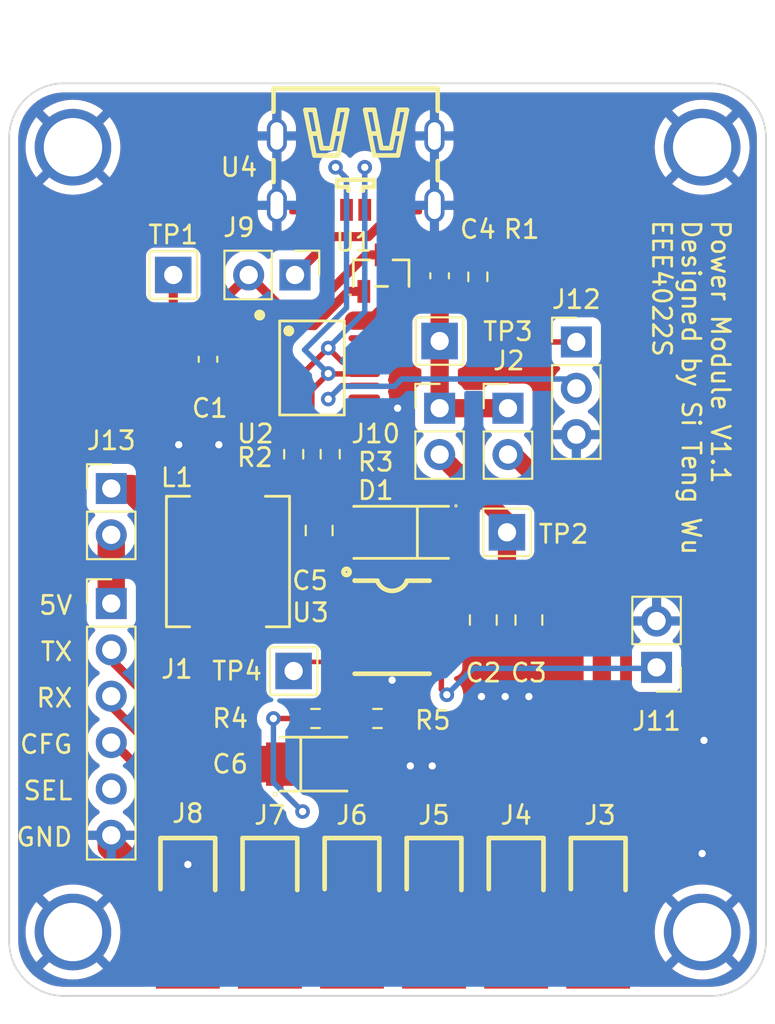
<source format=kicad_pcb>
(kicad_pcb (version 20221018) (generator pcbnew)
  (layers (0 "F.Cu" signal) (31 "B.Cu" signal) (34 "B.Paste" user) (35 "F.Paste" user) (36 "B.SilkS" user "B.Silkscreen") (37 "F.SilkS" user "F.Silkscreen") (38 "B.Mask" user) (39 "F.Mask" user) (44 "Edge.Cuts" user))
  (net 0 "")
  (net 1 "Net-(J9-Pin_2)")
  (net 2 "/USB_C_VOUT")
  (net 3 "Net-(J12-Pin_1)")
  (net 4 "GND")
  (net 5 "/USB_C_VIN")
  (net 6 "Net-(J11-Pin_1)")
  (net 7 "Net-(D1-K)")
  (net 9 "/5V OUT")
  (net 10 "Net-(J1-Pin_2)")
  (net 11 "Net-(J1-Pin_3)")
  (net 12 "Net-(J1-Pin_4)")
  (net 14 "Net-(U1-G)")
  (net 15 "Net-(U3-VSENSE)")
  (net 16 "Net-(U2-CC1)")
  (net 17 "Net-(U2-CC2)")
  (net 26 "Net-(U3-BOOT)")
  (net 29 "Net-(J10-Pin_2)")
  (net 30 "Net-(J13-Pin_1)")
  (net 31 "Net-(J12-Pin_2)")
  (net 32 "Net-(J2-Pin_2)")
  (footprint "Connector_PinHeader_2.54mm:PinHeader_1x03_P2.54mm_Vertical" (layer "F.Cu") (at 162.1 89.17018)
    (fp_text reference "J12" (at 0 -2.33) (layer "F.SilkS"))
    (fp_text value "Conn_01x03_Pin")
    (fp_line (start -1.33 -1.33) (end 0 -1.33) (stroke (width 0.12)) (layer "F.SilkS"))
    (fp_line (start -1.33 0) (end -1.33 -1.33) (stroke (width 0.12)) (layer "F.SilkS"))
    (fp_line (start -1.33 1.27) (end -1.33 6.41) (stroke (width 0.12)) (layer "F.SilkS"))
    (fp_line (start -1.33 1.27) (end 1.33 1.27) (stroke (width 0.12)) (layer "F.SilkS"))
    (fp_line (start -1.33 6.41) (end 1.33 6.41) (stroke (width 0.12)) (layer "F.SilkS"))
    (fp_line (start 1.33 1.27) (end 1.33 6.41) (stroke (width 0.12)) (layer "F.SilkS"))
    (pad "1" thru_hole rect (at 0 0) (size 1.7 1.7) (drill 1) (layers "*.Cu" "*.Mask") (net 3 "Net-(J12-Pin_1)"))
    (pad "2" thru_hole oval (at 0 2.54) (size 1.7 1.7) (drill 1) (layers "*.Cu" "*.Mask") (net 31 "Net-(J12-Pin_2)"))
    (pad "3" thru_hole oval (at 0 5.08) (size 1.7 1.7) (drill 1) (layers "*.Cu" "*.Mask") (net 4 "GND"))
  )
  (footprint "Resistor_SMD:R_0603_1608Metric" (layer "F.Cu") (at 156.7 85.6 -90)
    (fp_text reference "R1" (at -2.6 -2.4 -180) (layer "F.SilkS"))
    (fp_text value "100k")
    (fp_line (start -0.237258 -0.5225) (end 0.237258 -0.5225) (stroke (width 0.12)) (layer "F.SilkS"))
    (fp_line (start -0.237258 0.5225) (end 0.237258 0.5225) (stroke (width 0.12)) (layer "F.SilkS"))
    (pad "1" smd roundrect (at -0.825 0 270) (size 0.8 0.95) (layers "F.Cu" "F.Paste" "F.Mask") (net 5 "/USB_C_VIN"))
    (pad "2" smd roundrect (at 0.825 0 270) (size 0.8 0.95) (layers "F.Cu" "F.Paste" "F.Mask") (net 3 "Net-(J12-Pin_1)"))
  )
  (footprint "Library:CONN-SMD_YZF0002-38080-02" (layer "F.Cu") (at 140.8 122.1 -90)
    (fp_text reference "J8" (at -7.1 0) (layer "F.SilkS"))
    (fp_text value "GND")
    (fp_line (start -5.749987 -1.5) (end -5.749987 1.5) (stroke (width 0.254)) (layer "F.SilkS"))
    (fp_line (start -5.749987 1.5) (end -2.95 1.5) (stroke (width 0.254)) (layer "F.SilkS"))
    (fp_line (start -2.9 -1.5) (end -5.749987 -1.5) (stroke (width 0.254)) (layer "F.SilkS"))
    (pad "1" smd rect (at 0 0 270) (size 5 3.5) (layers "F.Cu" "F.Paste" "F.Mask") (net 4 "GND"))
  )
  (footprint "Library:IND-SMD_L7.3-W6.6_MHCI06030" (layer "F.Cu") (at 143 101.2 -90)
    (fp_text reference "L1" (at -4.6 2.8 -180) (layer "F.SilkS"))
    (fp_text value "22uH")
    (fp_line (start -3.5762 -3.3762) (end 3.5762 -3.3762) (stroke (width 0.1524)) (layer "F.SilkS"))
    (fp_line (start -3.5762 -2.05) (end -3.5762 -3.3762) (stroke (width 0.1524)) (layer "F.SilkS"))
    (fp_line (start -3.5762 2.1) (end -3.5762 3.3762) (stroke (width 0.1524)) (layer "F.SilkS"))
    (fp_line (start -3.5762 3.3762) (end 3.5762 3.3762) (stroke (width 0.1524)) (layer "F.SilkS"))
    (fp_line (start 3.5762 -3.3762) (end 3.5762 -2.1) (stroke (width 0.1524)) (layer "F.SilkS"))
    (fp_line (start 3.5762 3.3762) (end 3.5762 2.1) (stroke (width 0.1524)) (layer "F.SilkS"))
    (fp_circle (center -3.55207 3.307137) (end -3.522073 3.307137) (stroke (width 0.059995)) (fill none) (layer "F.SilkS"))
    (pad "1" smd rect (at -3.077978 0 270) (size 2.524003 3.120015) (layers "F.Cu" "F.Paste" "F.Mask") (net 7 "Net-(D1-K)"))
    (pad "2" smd rect (at 3.077978 0 270) (size 2.524003 3.120015) (layers "F.Cu" "F.Paste" "F.Mask") (net 30 "Net-(J13-Pin_1)"))
  )
  (footprint "Capacitor_SMD:C_0603_1608Metric" (layer "F.Cu") (at 154.605144 85.54518 90)
    (fp_text reference "C4" (at 2.54518 2.094856 180) (layer "F.SilkS"))
    (fp_text value "10uF")
    (fp_line (start -0.14058 -0.51) (end 0.14058 -0.51) (stroke (width 0.12)) (layer "F.SilkS"))
    (fp_line (start -0.14058 0.51) (end 0.14058 0.51) (stroke (width 0.12)) (layer "F.SilkS"))
    (pad "1" smd roundrect (at -0.775 0 90) (size 0.9 0.95) (layers "F.Cu" "F.Paste" "F.Mask") (net 2 "/USB_C_VOUT"))
    (pad "2" smd roundrect (at 0.775 0 90) (size 0.9 0.95) (layers "F.Cu" "F.Paste" "F.Mask") (net 4 "GND"))
  )
  (footprint "Library:TestPoint_THTPad_2.0x2.0mm_Drill1.0mm" (layer "F.Cu") (at 140 85.5)
    (fp_text reference "TP1" (at 0 -2.2) (layer "F.SilkS"))
    (fp_text value "TestPoint")
    (fp_line (start -1.3 -1.3) (end 1.3 -1.3) (stroke (width 0.12)) (layer "F.SilkS"))
    (fp_line (start -1.3 1.3) (end -1.3 -1.3) (stroke (width 0.12)) (layer "F.SilkS"))
    (fp_line (start 1.3 -1.3) (end 1.3 1.3) (stroke (width 0.12)) (layer "F.SilkS"))
    (fp_line (start 1.3 1.3) (end -1.3 1.3) (stroke (width 0.12)) (layer "F.SilkS"))
    (pad "1" thru_hole rect (at 0 0) (size 2 2) (drill 1) (layers "*.Cu" "*.Mask") (net 1 "Net-(J9-Pin_2)"))
  )
  (footprint "Library:MountingHole_3.2mm_M3_Pad_TopBottom" (layer "F.Cu") (at 134.5 78.5)
    (fp_text reference "H1" hide)
    (fp_text value "M3")
    (pad "1" thru_hole circle (at 0 0) (size 3.6 3.6) (drill 3.2) (layers "*.Cu" "*.Mask") (net 4 "GND"))
    (pad "1" connect circle (at 0 0) (size 4.2 4.2) (layers "F.Cu" "F.Mask") (net 4 "GND"))
    (pad "1" connect circle (at 0 0) (size 4.2 4.2) (layers "B.Cu" "B.Mask") (net 4 "GND"))
  )
  (footprint "Capacitor_SMD:C_0805_2012Metric" (layer "F.Cu") (at 148 99.5 -90)
    (fp_text reference "C5" (at 2.74518 0.5 -180) (layer "F.SilkS"))
    (fp_text value "10nF")
    (fp_line (start -0.261252 -0.735) (end 0.261252 -0.735) (stroke (width 0.12)) (layer "F.SilkS"))
    (fp_line (start -0.261252 0.735) (end 0.261252 0.735) (stroke (width 0.12)) (layer "F.SilkS"))
    (pad "1" smd roundrect (at -0.95 0 270) (size 1 1.45) (layers "F.Cu" "F.Paste" "F.Mask") (net 7 "Net-(D1-K)"))
    (pad "2" smd roundrect (at 0.95 0 270) (size 1 1.45) (layers "F.Cu" "F.Paste" "F.Mask") (net 26 "Net-(U3-BOOT)"))
  )
  (footprint "Resistor_SMD:R_0603_1608Metric" (layer "F.Cu") (at 146.605144 95.32018 -90)
    (fp_text reference "R2" (at 0.17982 2.128954 -180) (layer "F.SilkS"))
    (fp_text value "5.1k")
    (fp_line (start -0.237258 -0.5225) (end 0.237258 -0.5225) (stroke (width 0.12)) (layer "F.SilkS"))
    (fp_line (start -0.237258 0.5225) (end 0.237258 0.5225) (stroke (width 0.12)) (layer "F.SilkS"))
    (pad "1" smd roundrect (at -0.825 0 270) (size 0.8 0.95) (layers "F.Cu" "F.Paste" "F.Mask") (net 16 "Net-(U2-CC1)"))
    (pad "2" smd roundrect (at 0.825 0 270) (size 0.8 0.95) (layers "F.Cu" "F.Paste" "F.Mask") (net 4 "GND"))
  )
  (footprint "Library:ESOP-8_L4.9-W3.9-P1.27-LS6.0-TL-EP" (layer "F.Cu") (at 152 104.8)
    (fp_text reference "U3" (at -4.47619 -0.8) (layer "F.SilkS"))
    (fp_text value "TPS5430DDAR")
    (fp_line (start -2.050038 -2.563894) (end -2.050038 -2.550038) (stroke (width 0.254)) (layer "F.SilkS"))
    (fp_line (start -2.050038 2.549784) (end -2.050038 2.549784) (stroke (width 0.254)) (layer "F.SilkS"))
    (fp_line (start -0.800102 -2.550038) (end -2.050038 -2.550038) (stroke (width 0.254)) (layer "F.SilkS"))
    (fp_line (start 0.800102 -2.550038) (end 2.050038 -2.550038) (stroke (width 0.254)) (layer "F.SilkS"))
    (fp_line (start 2.050038 -2.550038) (end 2.050038 -2.550038) (stroke (width 0.254)) (layer "F.SilkS"))
    (fp_line (start 2.050038 2.549784) (end -2.050038 2.549784) (stroke (width 0.254)) (layer "F.SilkS"))
    (fp_line (start 2.050038 2.549784) (end 2.050038 2.549784) (stroke (width 0.254)) (layer "F.SilkS"))
    (fp_arc (start 0.800102 -2.5) (mid 0 -1.991544) (end -0.800102 -2.5) (stroke (width 0.254)) (layer "F.SilkS"))
    (fp_circle (center -2.5 -3.029972) (end -2.32982 -3.029972) (stroke (width 0.254)) (fill none) (layer "F.SilkS"))
    (pad "1" smd rect (at -2.699898 -1.905004) (size 1.3 0.6) (layers "F.Cu" "F.Paste" "F.Mask") (net 26 "Net-(U3-BOOT)"))
    (pad "2" smd rect (at -2.699898 -0.635001) (size 1.3 0.6) (layers "F.Cu" "F.Paste" "F.Mask"))
    (pad "3" smd rect (at -2.699898 0.635001) (size 1.3 0.6) (layers "F.Cu" "F.Paste" "F.Mask"))
    (pad "4" smd rect (at -2.699898 1.905004) (size 1.3 0.6) (layers "F.Cu" "F.Paste" "F.Mask") (net 15 "Net-(U3-VSENSE)"))
    (pad "5" smd rect (at 2.699898 1.905004) (size 1.3 0.6) (layers "F.Cu" "F.Paste" "F.Mask") (net 6 "Net-(J11-Pin_1)"))
    (pad "6" smd rect (at 2.699898 0.635001) (size 1.3 0.6) (layers "F.Cu" "F.Paste" "F.Mask") (net 4 "GND"))
    (pad "7" smd rect (at 2.699898 -0.635001) (size 1.3 0.6) (layers "F.Cu" "F.Paste" "F.Mask") (net 29 "Net-(J10-Pin_2)"))
    (pad "8" smd rect (at 2.699898 -1.905004) (size 1.3 0.6) (layers "F.Cu" "F.Paste" "F.Mask") (net 7 "Net-(D1-K)"))
    (pad "9" smd rect (at 0.000127 0) (size 2.5 3.5) (layers "F.Cu" "F.Paste" "F.Mask") (net 4 "GND"))
  )
  (footprint "Library:CAP-SMD_L3.5-W2.8" (layer "F.Cu") (at 147.696114 112.3 180)
    (fp_text reference "C6" (at 4.577067 0) (layer "F.SilkS"))
    (fp_text value "220uF")
    (fp_line (start -1.826187 -1.4762) (end -1.826187 -1.4762) (stroke (width 0.1524)) (layer "F.SilkS"))
    (fp_line (start -1.826187 -1.4762) (end 1.826187 -1.4762) (stroke (width 0.1524)) (layer "F.SilkS"))
    (fp_line (start -1.826187 1.4762) (end -1.826187 1.4762) (stroke (width 0.1524)) (layer "F.SilkS"))
    (fp_line (start -1.826187 1.4762) (end 1.826187 1.4762) (stroke (width 0.1524)) (layer "F.SilkS"))
    (fp_line (start 0.704318 -1.4762) (end 0.704318 1.4762) (stroke (width 0.1524)) (layer "F.SilkS"))
    (fp_circle (center 2.1 -1.65) (end 2.2 -1.7) (stroke (width 0.059995)) (fill none) (layer "F.SilkS"))
    (pad "1" smd rect (at 1.803886 0 180) (size 1.607493 2.375997) (layers "F.Cu" "F.Paste" "F.Mask") (net 30 "Net-(J13-Pin_1)"))
    (pad "2" smd rect (at -1.803886 0 180) (size 1.607493 2.375997) (layers "F.Cu" "F.Paste" "F.Mask") (net 4 "GND"))
  )
  (footprint "Connector_PinHeader_2.54mm:PinHeader_1x02_P2.54mm_Vertical" (layer "F.Cu") (at 146.675 85.5 -90)
    (fp_text reference "J9" (at -2.6 3.075) (layer "F.SilkS"))
    (fp_text value "Conn_01x02_Pin")
    (fp_line (start -1.33 -1.33) (end 0 -1.33) (stroke (width 0.12)) (layer "F.SilkS"))
    (fp_line (start -1.33 0) (end -1.33 -1.33) (stroke (width 0.12)) (layer "F.SilkS"))
    (fp_line (start -1.33 1.27) (end -1.33 3.87) (stroke (width 0.12)) (layer "F.SilkS"))
    (fp_line (start -1.33 1.27) (end 1.33 1.27) (stroke (width 0.12)) (layer "F.SilkS"))
    (fp_line (start -1.33 3.87) (end 1.33 3.87) (stroke (width 0.12)) (layer "F.SilkS"))
    (fp_line (start 1.33 1.27) (end 1.33 3.87) (stroke (width 0.12)) (layer "F.SilkS"))
    (pad "1" thru_hole rect (at 0 0 270) (size 1.7 1.7) (drill 1) (layers "*.Cu" "*.Mask") (net 5 "/USB_C_VIN"))
    (pad "2" thru_hole oval (at 0 2.54 270) (size 1.7 1.7) (drill 1) (layers "*.Cu" "*.Mask") (net 1 "Net-(J9-Pin_2)"))
  )
  (footprint "Connector_PinHeader_2.54mm:PinHeader_1x06_P2.54mm_Vertical" (layer "F.Cu") (at 136.6 103.5)
    (fp_text reference "J1" (at 3.6 3.6) (layer "F.SilkS"))
    (fp_text value "ESP32 Jumpers")
    (fp_line (start -1.33 -1.33) (end 0 -1.33) (stroke (width 0.12)) (layer "F.SilkS"))
    (fp_line (start -1.33 0) (end -1.33 -1.33) (stroke (width 0.12)) (layer "F.SilkS"))
    (fp_line (start -1.33 1.27) (end -1.33 14.03) (stroke (width 0.12)) (layer "F.SilkS"))
    (fp_line (start -1.33 1.27) (end 1.33 1.27) (stroke (width 0.12)) (layer "F.SilkS"))
    (fp_line (start -1.33 14.03) (end 1.33 14.03) (stroke (width 0.12)) (layer "F.SilkS"))
    (fp_line (start 1.33 1.27) (end 1.33 14.03) (stroke (width 0.12)) (layer "F.SilkS"))
    (pad "1" thru_hole rect (at 0 0) (size 1.7 1.7) (drill 1) (layers "*.Cu" "*.Mask") (net 9 "/5V OUT"))
    (pad "2" thru_hole oval (at 0 2.54) (size 1.7 1.7) (drill 1) (layers "*.Cu" "*.Mask") (net 10 "Net-(J1-Pin_2)"))
    (pad "3" thru_hole oval (at 0 5.08) (size 1.7 1.7) (drill 1) (layers "*.Cu" "*.Mask") (net 11 "Net-(J1-Pin_3)"))
    (pad "4" thru_hole oval (at 0 7.62) (size 1.7 1.7) (drill 1) (layers "*.Cu" "*.Mask") (net 12 "Net-(J1-Pin_4)"))
    (pad "5" thru_hole oval (at 0 10.16) (size 1.7 1.7) (drill 1) (layers "*.Cu" "*.Mask"))
    (pad "6" thru_hole oval (at 0 12.7) (size 1.7 1.7) (drill 1) (layers "*.Cu" "*.Mask") (net 4 "GND"))
  )
  (footprint "Library:MountingHole_3.2mm_M3_Pad_TopBottom" (layer "F.Cu") (at 169 121.5)
    (fp_text reference "H4" hide)
    (fp_text value "M3")
    (pad "1" thru_hole circle (at 0 0) (size 3.6 3.6) (drill 3.2) (layers "*.Cu" "*.Mask") (net 4 "GND"))
    (pad "1" connect circle (at 0 0) (size 4.2 4.2) (layers "F.Cu" "F.Mask") (net 4 "GND"))
    (pad "1" connect circle (at 0 0) (size 4.2 4.2) (layers "B.Cu" "B.Mask") (net 4 "GND"))
  )
  (footprint "Library:CONN-SMD_YZF0002-38080-02" (layer "F.Cu") (at 154.3 122.1 -90)
    (fp_text reference "J5" (at -7 0 -180) (layer "F.SilkS"))
    (fp_text value "RX")
    (fp_line (start -5.749987 -1.5) (end -5.749987 1.5) (stroke (width 0.254)) (layer "F.SilkS"))
    (fp_line (start -5.749987 1.5) (end -2.95 1.5) (stroke (width 0.254)) (layer "F.SilkS"))
    (fp_line (start -2.9 -1.5) (end -5.749987 -1.5) (stroke (width 0.254)) (layer "F.SilkS"))
    (pad "1" smd rect (at 0 0 270) (size 5 3.5) (layers "F.Cu" "F.Paste" "F.Mask") (net 11 "Net-(J1-Pin_3)"))
  )
  (footprint "Library:MountingHole_3.2mm_M3_Pad_TopBottom" (layer "F.Cu") (at 169 78.5)
    (fp_text reference "H2" hide)
    (fp_text value "M3")
    (pad "1" thru_hole circle (at 0 0) (size 3.6 3.6) (drill 3.2) (layers "*.Cu" "*.Mask") (net 4 "GND"))
    (pad "1" connect circle (at 0 0) (size 4.2 4.2) (layers "F.Cu" "F.Mask") (net 4 "GND"))
    (pad "1" connect circle (at 0 0) (size 4.2 4.2) (layers "B.Cu" "B.Mask") (net 4 "GND"))
  )
  (footprint "Library:SMA_L4.3-W2.6-LS5.2-RD" (layer "F.Cu") (at 152.5 99.6 180)
    (fp_text reference "D1" (at 1.4 2.3) (layer "F.SilkS"))
    (fp_text value "SS34")
    (fp_line (start -2.59619 -1.426213) (end 2.59619 -1.426213) (stroke (width 0.1524)) (layer "F.SilkS"))
    (fp_line (start -2.59619 1.426213) (end 2.59619 1.426213) (stroke (width 0.1524)) (layer "F.SilkS"))
    (fp_line (start -0.883922 -1.426213) (end -0.883922 1.426213) (stroke (width 0.1524)) (layer "F.SilkS"))
    (fp_line (start 2.59619 -1.426213) (end 2.59619 -1.426213) (stroke (width 0.1524)) (layer "F.SilkS"))
    (fp_line (start 2.59619 1.426213) (end 2.599975 1.414834) (stroke (width 0.1524)) (layer "F.SilkS"))
    (fp_circle (center -3 1.45) (end -2.970028 1.45) (stroke (width 0.059995)) (fill none) (layer "F.SilkS"))
    (pad "1" smd rect (at -2.199898 0) (size 2 2) (layers "F.Cu" "F.Paste" "F.Mask") (net 7 "Net-(D1-K)"))
    (pad "2" smd rect (at 2.199898 0) (size 2 2) (layers "F.Cu" "F.Paste" "F.Mask") (net 4 "GND"))
  )
  (footprint "Connector_PinHeader_2.54mm:PinHeader_1x02_P2.54mm_Vertical" (layer "F.Cu") (at 158.352572 92.8)
    (fp_text reference "J2" (at 0.047428 -2.6) (layer "F.SilkS"))
    (fp_text value "Conn_01x02_Pin")
    (fp_line (start -1.33 -1.33) (end 0 -1.33) (stroke (width 0.12)) (layer "F.SilkS"))
    (fp_line (start -1.33 0) (end -1.33 -1.33) (stroke (width 0.12)) (layer "F.SilkS"))
    (fp_line (start -1.33 1.27) (end -1.33 3.87) (stroke (width 0.12)) (layer "F.SilkS"))
    (fp_line (start -1.33 1.27) (end 1.33 1.27) (stroke (width 0.12)) (layer "F.SilkS"))
    (fp_line (start -1.33 3.87) (end 1.33 3.87) (stroke (width 0.12)) (layer "F.SilkS"))
    (fp_line (start 1.33 1.27) (end 1.33 3.87) (stroke (width 0.12)) (layer "F.SilkS"))
    (pad "1" thru_hole rect (at 0 0) (size 1.7 1.7) (drill 1) (layers "*.Cu" "*.Mask") (net 2 "/USB_C_VOUT"))
    (pad "2" thru_hole oval (at 0 2.54) (size 1.7 1.7) (drill 1) (layers "*.Cu" "*.Mask") (net 32 "Net-(J2-Pin_2)"))
  )
  (footprint "Connector_PinHeader_2.54mm:PinHeader_1x02_P2.54mm_Vertical" (layer "F.Cu") (at 136.6 97.2)
    (fp_text reference "J13" (at 0 -2.625) (layer "F.SilkS"))
    (fp_text value "Conn_01x02_Pin")
    (fp_line (start -1.33 -1.33) (end 0 -1.33) (stroke (width 0.12)) (layer "F.SilkS"))
    (fp_line (start -1.33 0) (end -1.33 -1.33) (stroke (width 0.12)) (layer "F.SilkS"))
    (fp_line (start -1.33 1.27) (end -1.33 3.87) (stroke (width 0.12)) (layer "F.SilkS"))
    (fp_line (start -1.33 1.27) (end 1.33 1.27) (stroke (width 0.12)) (layer "F.SilkS"))
    (fp_line (start -1.33 3.87) (end 1.33 3.87) (stroke (width 0.12)) (layer "F.SilkS"))
    (fp_line (start 1.33 1.27) (end 1.33 3.87) (stroke (width 0.12)) (layer "F.SilkS"))
    (pad "1" thru_hole rect (at 0 0) (size 1.7 1.7) (drill 1) (layers "*.Cu" "*.Mask") (net 30 "Net-(J13-Pin_1)"))
    (pad "2" thru_hole oval (at 0 2.54) (size 1.7 1.7) (drill 1) (layers "*.Cu" "*.Mask") (net 9 "/5V OUT"))
  )
  (footprint "Capacitor_SMD:C_0805_2012Metric" (layer "F.Cu") (at 159.5 104.40482 -90)
    (fp_text reference "C3" (at 2.89518 0 -180) (layer "F.SilkS"))
    (fp_text value "4.7uF")
    (fp_line (start -0.261252 -0.735) (end 0.261252 -0.735) (stroke (width 0.12)) (layer "F.SilkS"))
    (fp_line (start -0.261252 0.735) (end 0.261252 0.735) (stroke (width 0.12)) (layer "F.SilkS"))
    (pad "1" smd roundrect (at -0.95 0 270) (size 1 1.45) (layers "F.Cu" "F.Paste" "F.Mask") (net 29 "Net-(J10-Pin_2)"))
    (pad "2" smd roundrect (at 0.95 0 270) (size 1 1.45) (layers "F.Cu" "F.Paste" "F.Mask") (net 4 "GND"))
  )
  (footprint "Library:TestPoint_THTPad_2.0x2.0mm_Drill1.0mm" (layer "F.Cu") (at 146.6 107.2)
    (fp_text reference "TP4" (at -3.1 0) (layer "F.SilkS"))
    (fp_text value "TestPoint")
    (fp_line (start -1.3 -1.3) (end 1.3 -1.3) (stroke (width 0.12)) (layer "F.SilkS"))
    (fp_line (start -1.3 1.3) (end -1.3 -1.3) (stroke (width 0.12)) (layer "F.SilkS"))
    (fp_line (start 1.3 -1.3) (end 1.3 1.3) (stroke (width 0.12)) (layer "F.SilkS"))
    (fp_line (start 1.3 1.3) (end -1.3 1.3) (stroke (width 0.12)) (layer "F.SilkS"))
    (pad "1" thru_hole rect (at 0 0) (size 2 2) (drill 1) (layers "*.Cu" "*.Mask") (net 15 "Net-(U3-VSENSE)"))
  )
  (footprint "Resistor_SMD:R_0603_1608Metric" (layer "F.Cu") (at 148.605144 95.32018 -90)
    (fp_text reference "R3" (at 0.42982 -2.494856 -180) (layer "F.SilkS"))
    (fp_text value "5.1k")
    (fp_line (start -0.237258 -0.5225) (end 0.237258 -0.5225) (stroke (width 0.12)) (layer "F.SilkS"))
    (fp_line (start -0.237258 0.5225) (end 0.237258 0.5225) (stroke (width 0.12)) (layer "F.SilkS"))
    (pad "1" smd roundrect (at -0.825 0 270) (size 0.8 0.95) (layers "F.Cu" "F.Paste" "F.Mask") (net 17 "Net-(U2-CC2)"))
    (pad "2" smd roundrect (at 0.825 0 270) (size 0.8 0.95) (layers "F.Cu" "F.Paste" "F.Mask") (net 4 "GND"))
  )
  (footprint "Resistor_SMD:R_0603_1608Metric" (layer "F.Cu") (at 151.2 109.8)
    (fp_text reference "R5" (at 3.027212 0.1) (layer "F.SilkS"))
    (fp_text value "3.9k")
    (fp_line (start -0.237258 -0.5225) (end 0.237258 -0.5225) (stroke (width 0.12)) (layer "F.SilkS"))
    (fp_line (start -0.237258 0.5225) (end 0.237258 0.5225) (stroke (width 0.12)) (layer "F.SilkS"))
    (pad "1" smd roundrect (at -0.825 0) (size 0.8 0.95) (layers "F.Cu" "F.Paste" "F.Mask") (net 15 "Net-(U3-VSENSE)"))
    (pad "2" smd roundrect (at 0.825 0) (size 0.8 0.95) (layers "F.Cu" "F.Paste" "F.Mask") (net 4 "GND"))
  )
  (footprint "Library:SOT-23-3_L2.9-W1.3-P1.90-LS2.4-BR" (layer "F.Cu") (at 151.4 85.4 -90)
    (fp_text reference "U1" (at -1.7 1.5) (layer "F.SilkS"))
    (fp_text value "AO3400A")
    (fp_line (start -0.726213 -1.526213) (end -0.726213 -0.65) (stroke (width 0.1524)) (layer "F.SilkS"))
    (fp_line (start -0.726213 1.526213) (end -0.726213 0.6) (stroke (width 0.1524)) (layer "F.SilkS"))
    (fp_line (start 0.726213 -1.526213) (end -0.726213 -1.526213) (stroke (width 0.1524)) (layer "F.SilkS"))
    (fp_line (start 0.726213 -0.35) (end 0.726213 0.3) (stroke (width 0.1524)) (layer "F.SilkS"))
    (fp_line (start 0.726213 1.526213) (end -0.726213 1.526213) (stroke (width 0.1524)) (layer "F.SilkS"))
    (fp_circle (center 1.2 1.7) (end 1.229997 1.7) (stroke (width 0.059995)) (fill none) (layer "F.SilkS"))
    (pad "1" smd rect (at 1 0.949962 270) (size 1.250013 0.7) (layers "F.Cu" "F.Paste" "F.Mask") (net 14 "Net-(U1-G)"))
    (pad "2" smd rect (at 1 -0.949962 270) (size 1.250013 0.7) (layers "F.Cu" "F.Paste" "F.Mask") (net 2 "/USB_C_VOUT"))
    (pad "3" smd rect (at -1 0 270) (size 1.250013 0.7) (layers "F.Cu" "F.Paste" "F.Mask") (net 1 "Net-(J9-Pin_2)"))
  )
  (footprint "Connector_PinHeader_2.54mm:PinHeader_1x02_P2.54mm_Vertical" (layer "F.Cu") (at 166.5 107 180)
    (fp_text reference "J11" (at 0 -2.94518) (layer "F.SilkS"))
    (fp_text value "Conn_01x02_Pin")
    (fp_line (start -1.33 -1.33) (end 0 -1.33) (stroke (width 0.12)) (layer "F.SilkS"))
    (fp_line (start -1.33 0) (end -1.33 -1.33) (stroke (width 0.12)) (layer "F.SilkS"))
    (fp_line (start -1.33 1.27) (end -1.33 3.87) (stroke (width 0.12)) (layer "F.SilkS"))
    (fp_line (start -1.33 1.27) (end 1.33 1.27) (stroke (width 0.12)) (layer "F.SilkS"))
    (fp_line (start -1.33 3.87) (end 1.33 3.87) (stroke (width 0.12)) (layer "F.SilkS"))
    (fp_line (start 1.33 1.27) (end 1.33 3.87) (stroke (width 0.12)) (layer "F.SilkS"))
    (pad "1" thru_hole rect (at 0 0 180) (size 1.7 1.7) (drill 1) (layers "*.Cu" "*.Mask") (net 6 "Net-(J11-Pin_1)"))
    (pad "2" thru_hole oval (at 0 2.54 180) (size 1.7 1.7) (drill 1) (layers "*.Cu" "*.Mask") (net 4 "GND"))
  )
  (footprint "Library:TYPE-C-SMD_TYPE-C-6P" (layer "F.Cu") (at 150 79.908004 180)
    (fp_text reference "U4" (at 6.4 0.308004 180) (layer "F.SilkS"))
    (fp_text value "TYPE-C_6P")
    (fp_line (start -4.500762 4.62573) (end 4.501016 4.62573) (stroke (width 0.25)) (layer "F.SilkS"))
    (fp_line (start -4.5 -0.4) (end -4.5 0.65) (stroke (width 0.25)) (layer "F.SilkS"))
    (fp_line (start -4.5 3.4) (end -4.500762 4.62573) (stroke (width 0.25)) (layer "F.SilkS"))
    (fp_line (start -2.817678 3.458217) (end -2.319837 0.956312) (stroke (width 0.254)) (layer "F.SilkS"))
    (fp_line (start -2.517958 2.157734) (end -2.119177 2.157734) (stroke (width 0.254)) (layer "F.SilkS"))
    (fp_line (start -2.342697 3.458217) (end -2.817678 3.458217) (stroke (width 0.254)) (layer "F.SilkS"))
    (fp_line (start -2.319837 0.956312) (end -1.019355 0.956312) (stroke (width 0.254)) (layer "F.SilkS"))
    (fp_line (start -1.941377 1.357633) (end -2.342697 3.458217) (stroke (width 0.254)) (layer "F.SilkS"))
    (fp_line (start -1.413056 1.357633) (end -1.941377 1.357633) (stroke (width 0.254)) (layer "F.SilkS"))
    (fp_line (start -1.218593 2.15743) (end -0.818593 2.15743) (stroke (width 0.254)) (layer "F.SilkS"))
    (fp_line (start -1.019355 0.956312) (end -0.518974 3.458217) (stroke (width 0.254)) (layer "F.SilkS"))
    (fp_line (start -1.014275 3.458217) (end -1.413056 1.357633) (stroke (width 0.254)) (layer "F.SilkS"))
    (fp_line (start -1.010033 -0.375032) (end 1.009982 -0.375032) (stroke (width 0.25)) (layer "F.SilkS"))
    (fp_line (start -1.000025 -0.775032) (end -0.400025 -0.775032) (stroke (width 0.25)) (layer "F.SilkS"))
    (fp_line (start -1.000025 -0.375032) (end -1.000025 -0.775032) (stroke (width 0.25)) (layer "F.SilkS"))
    (fp_line (start -0.518974 3.458217) (end -1.014275 3.458217) (stroke (width 0.254)) (layer "F.SilkS"))
    (fp_line (start -0.400025 -0.775032) (end -0.400025 -0.975032) (stroke (width 0.25)) (layer "F.SilkS"))
    (fp_line (start 0.399975 -0.775032) (end 0.399975 -0.975032) (stroke (width 0.25)) (layer "F.SilkS"))
    (fp_line (start 0.459106 3.453137) (end 0.956947 0.951232) (stroke (width 0.254)) (layer "F.SilkS"))
    (fp_line (start 0.758827 2.152654) (end 1.157607 2.152654) (stroke (width 0.254)) (layer "F.SilkS"))
    (fp_line (start 0.934087 3.453137) (end 0.459106 3.453137) (stroke (width 0.254)) (layer "F.SilkS"))
    (fp_line (start 0.956947 0.951232) (end 2.25743 0.951232) (stroke (width 0.254)) (layer "F.SilkS"))
    (fp_line (start 0.999975 -0.775032) (end 0.399975 -0.775032) (stroke (width 0.25)) (layer "F.SilkS"))
    (fp_line (start 0.999975 -0.375032) (end 0.999975 -0.775032) (stroke (width 0.25)) (layer "F.SilkS"))
    (fp_line (start 1.335408 1.352553) (end 0.934087 3.453137) (stroke (width 0.254)) (layer "F.SilkS"))
    (fp_line (start 1.863729 1.352553) (end 1.335408 1.352553) (stroke (width 0.254)) (layer "F.SilkS"))
    (fp_line (start 2.058192 2.15235) (end 2.458192 2.15235) (stroke (width 0.254)) (layer "F.SilkS"))
    (fp_line (start 2.25743 0.951232) (end 2.757811 3.453137) (stroke (width 0.254)) (layer "F.SilkS"))
    (fp_line (start 2.26251 3.453137) (end 1.863729 1.352553) (stroke (width 0.254)) (layer "F.SilkS"))
    (fp_line (start 2.757811 3.453137) (end 2.26251 3.453137) (stroke (width 0.254)) (layer "F.SilkS"))
    (fp_line (start 4.5 0.7) (end 4.5 -0.5) (stroke (width 0.25)) (layer "F.SilkS"))
    (fp_line (start 4.501016 4.62573) (end 4.5 3.35) (stroke (width 0.25)) (layer "F.SilkS"))
    (fp_circle (center 4.470028 4.624968) (end 4.5 4.624968) (stroke (width 0.059995)) (fill none) (layer "F.SilkS"))
    (pad "7" thru_hole oval (at -4.319914 -1.775083 180) (size 1.1 1.9) (drill oval 0.700025 1.500025) (layers "*.Cu" "*.Mask") (net 4 "GND"))
    (pad "7" thru_hole oval (at -4.319914 2.025019 180) (size 1.1 1.9) (drill oval 0.700025 1.500025) (layers "*.Cu" "*.Mask") (net 4 "GND"))
    (pad "7" thru_hole oval (at 4.319914 -1.775083 180) (size 1.1 1.9) (drill oval 0.700025 1.500025) (layers "*.Cu" "*.Mask") (net 4 "GND"))
    (pad "7" thru_hole oval (at 4.319914 2.025019 180) (size 1.1 1.9) (drill oval 0.700025 1.500025) (layers "*.Cu" "*.Mask") (net 4 "GND"))
    (pad "A5" smd rect (at -0.5 -2.025019 180) (size 0.7 1.2) (layers "F.Cu" "F.Paste" "F.Mask") (net 16 "Net-(U2-CC1)"))
    (pad "A9" smd rect (at 1.5 -2.025019 180) (size 0.7 1.2) (layers "F.Cu" "F.Paste" "F.Mask") (net 5 "/USB_C_VIN"))
    (pad "A12" smd rect (at 2.699898 -2.025019 180) (size 0.8 1.2) (layers "F.Cu" "F.Paste" "F.Mask") (net 4 "GND"))
    (pad "B5" smd rect (at 0.5 -2.025019 180) (size 0.7 1.2) (layers "F.Cu" "F.Paste" "F.Mask") (net 17 "Net-(U2-CC2)"))
    (pad "B9" smd rect (at -1.5 -2.025019 180) (size 0.7 1.2) (layers "F.Cu" "F.Paste" "F.Mask") (net 5 "/USB_C_VIN"))
    (pad "B12" smd rect (at -2.699898 -2.025019 180) (size 0.8 1.2) (layers "F.Cu" "F.Paste" "F.Mask") (net 4 "GND"))
  )
  (footprint "Connector_PinHeader_2.54mm:PinHeader_1x02_P2.54mm_Vertical" (layer "F.Cu") (at 154.605144 92.8)
    (fp_text reference "J10" (at -3.505144 1.4) (layer "F.SilkS"))
    (fp_text value "Conn_01x02_Pin")
    (fp_line (start -1.33 -1.33) (end 0 -1.33) (stroke (width 0.12)) (layer "F.SilkS"))
    (fp_line (start -1.33 0) (end -1.33 -1.33) (stroke (width 0.12)) (layer "F.SilkS"))
    (fp_line (start -1.33 1.27) (end -1.33 3.87) (stroke (width 0.12)) (layer "F.SilkS"))
    (fp_line (start -1.33 1.27) (end 1.33 1.27) (stroke (width 0.12)) (layer "F.SilkS"))
    (fp_line (start -1.33 3.87) (end 1.33 3.87) (stroke (width 0.12)) (layer "F.SilkS"))
    (fp_line (start 1.33 1.27) (end 1.33 3.87) (stroke (width 0.12)) (layer "F.SilkS"))
    (pad "1" thru_hole rect (at 0 0) (size 1.7 1.7) (drill 1) (layers "*.Cu" "*.Mask") (net 2 "/USB_C_VOUT"))
    (pad "2" thru_hole oval (at 0 2.54) (size 1.7 1.7) (drill 1) (layers "*.Cu" "*.Mask") (net 29 "Net-(J10-Pin_2)"))
  )
  (footprint "Library:CONN-SMD_YZF0002-38080-02" (layer "F.Cu") (at 158.8 122.1 -90)
    (fp_text reference "J4" (at -7 0 -180) (layer "F.SilkS"))
    (fp_text value "TX")
    (fp_line (start -5.749987 -1.5) (end -5.749987 1.5) (stroke (width 0.254)) (layer "F.SilkS"))
    (fp_line (start -5.749987 1.5) (end -2.95 1.5) (stroke (width 0.254)) (layer "F.SilkS"))
    (fp_line (start -2.9 -1.5) (end -5.749987 -1.5) (stroke (width 0.254)) (layer "F.SilkS"))
    (pad "1" smd rect (at 0 0 270) (size 5 3.5) (layers "F.Cu" "F.Paste" "F.Mask") (net 10 "Net-(J1-Pin_2)"))
  )
  (footprint "Library:MountingHole_3.2mm_M3_Pad_TopBottom" (layer "F.Cu") (at 134.5 121.5)
    (fp_text reference "H3" hide)
    (fp_text value "M3")
    (pad "1" thru_hole circle (at 0 0) (size 3.6 3.6) (drill 3.2) (layers "*.Cu" "*.Mask") (net 4 "GND"))
    (pad "1" connect circle (at 0 0) (size 4.2 4.2) (layers "F.Cu" "F.Mask") (net 4 "GND"))
    (pad "1" connect circle (at 0 0) (size 4.2 4.2) (layers "B.Cu" "B.Mask") (net 4 "GND"))
  )
  (footprint "Capacitor_SMD:C_0603_1608Metric" (layer "F.Cu") (at 141.905144 90.12018 -90)
    (fp_text reference "C1" (at 2.67982 -0.094856 -180) (layer "F.SilkS"))
    (fp_text value "1uF")
    (fp_line (start -0.14058 -0.51) (end 0.14058 -0.51) (stroke (width 0.12)) (layer "F.SilkS"))
    (fp_line (start -0.14058 0.51) (end 0.14058 0.51) (stroke (width 0.12)) (layer "F.SilkS"))
    (pad "1" smd roundrect (at -0.775 0 270) (size 0.9 0.95) (layers "F.Cu" "F.Paste" "F.Mask") (net 1 "Net-(J9-Pin_2)"))
    (pad "2" smd roundrect (at 0.775 0 270) (size 0.9 0.95) (layers "F.Cu" "F.Paste" "F.Mask") (net 4 "GND"))
  )
  (footprint "Resistor_SMD:R_0603_1608Metric" (layer "F.Cu") (at 147.8 109.8)
    (fp_text reference "R4" (at -4.680953 0) (layer "F.SilkS"))
    (fp_text value "12k")
    (fp_line (start -0.237258 -0.5225) (end 0.237258 -0.5225) (stroke (width 0.12)) (layer "F.SilkS"))
    (fp_line (start -0.237258 0.5225) (end 0.237258 0.5225) (stroke (width 0.12)) (layer "F.SilkS"))
    (pad "1" smd roundrect (at -0.825 0) (size 0.8 0.95) (layers "F.Cu" "F.Paste" "F.Mask") (net 30 "Net-(J13-Pin_1)"))
    (pad "2" smd roundrect (at 0.825 0) (size 0.8 0.95) (layers "F.Cu" "F.Paste" "F.Mask") (net 15 "Net-(U3-VSENSE)"))
  )
  (footprint "Library:CONN-SMD_YZF0002-38080-02" (layer "F.Cu") (at 145.3 122.1 -90)
    (fp_text reference "J7" (at -7 0) (layer "F.SilkS"))
    (fp_text value "SEL")
    (fp_line (start -5.749987 -1.5) (end -5.749987 1.5) (stroke (width 0.254)) (layer "F.SilkS"))
    (fp_line (start -5.749987 1.5) (end -2.95 1.5) (stroke (width 0.254)) (layer "F.SilkS"))
    (fp_line (start -2.9 -1.5) (end -5.749987 -1.5) (stroke (width 0.254)) (layer "F.SilkS"))
    (pad "1" smd rect (at 0 0 270) (size 5 3.5) (layers "F.Cu" "F.Paste" "F.Mask"))
  )
  (footprint "Library:TestPoint_THTPad_2.0x2.0mm_Drill1.0mm" (layer "F.Cu") (at 158.3 99.6)
    (fp_text reference "TP2" (at 3.1 0.1) (layer "F.SilkS"))
    (fp_text value "TestPoint")
    (fp_line (start -1.3 -1.3) (end 1.3 -1.3) (stroke (width 0.12)) (layer "F.SilkS"))
    (fp_line (start -1.3 1.3) (end -1.3 -1.3) (stroke (width 0.12)) (layer "F.SilkS"))
    (fp_line (start 1.3 -1.3) (end 1.3 1.3) (stroke (width 0.12)) (layer "F.SilkS"))
    (fp_line (start 1.3 1.3) (end -1.3 1.3) (stroke (width 0.12)) (layer "F.SilkS"))
    (pad "1" thru_hole rect (at 0 0) (size 2 2) (drill 1) (layers "*.Cu" "*.Mask") (net 29 "Net-(J10-Pin_2)"))
  )
  (footprint "Library:TSSOP-16_L5.0-W4.4-P0.65-LS6.4-BL" (layer "F.Cu") (at 147.605144 90.59518 -90)
    (fp_text reference "U2" (at 3.60482 3.105144) (layer "F.SilkS"))
    (fp_text value "IP2721")
    (fp_line (start -2.5762 -1.771527) (end 2.5762 -1.771527) (stroke (width 0.1524)) (layer "F.SilkS"))
    (fp_line (start -2.5762 1.771273) (end -2.5762 -1.771527) (stroke (width 0.1524)) (layer "F.SilkS"))
    (fp_line (start 2.5762 -1.771527) (end 2.5762 1.771273) (stroke (width 0.1524)) (layer "F.SilkS"))
    (fp_line (start 2.5762 1.771273) (end -2.5762 1.771273) (stroke (width 0.1524)) (layer "F.SilkS"))
    (fp_circle (center -2.898908 2.865761) (end -2.748793 2.865761) (stroke (width 0.3)) (fill none) (layer "F.SilkS"))
    (fp_circle (center -2.032004 1.270003) (end -1.88189 1.270003) (stroke (width 0.3)) (fill none) (layer "F.SilkS"))
    (pad "1" smd oval (at -2.275083 2.865761 270) (size 0.343002 1.731496) (layers "F.Cu" "F.Paste" "F.Mask") (net 14 "Net-(U1-G)"))
    (pad "2" smd oval (at -1.625095 2.865761 270) (size 0.343002 1.731496) (layers "F.Cu" "F.Paste" "F.Mask") (net 1 "Net-(J9-Pin_2)"))
    (pad "3" smd oval (at -0.975108 2.865761 270) (size 0.343002 1.731496) (layers "F.Cu" "F.Paste" "F.Mask"))
    (pad "4" smd oval (at -0.324867 2.865761 270) (size 0.343002 1.731496) (layers "F.Cu" "F.Paste" "F.Mask"))
    (pad "5" smd oval (at 0.325121 2.865761 270) (size 0.343002 1.731496) (layers "F.Cu" "F.Paste" "F.Mask") (net 4 "GND"))
    (pad "6" smd oval (at 0.975108 2.865761 270) (size 0.343002 1.731496) (layers "F.Cu" "F.Paste" "F.Mask"))
    (pad "7" smd oval (at 1.625095 2.865761 270) (size 0.343002 1.731496) (layers "F.Cu" "F.Paste" "F.Mask"))
    (pad "8" smd oval (at 2.275083 2.865761 270) (size 0.343002 1.731496) (layers "F.Cu" "F.Paste" "F.Mask"))
    (pad "9" smd oval (at 2.275083 -2.865761 270) (size 0.343002 1.731496) (layers "F.Cu" "F.Paste" "F.Mask"))
    (pad "10" smd oval (at 1.625095 -2.865761 270) (size 0.343002 1.731496) (layers "F.Cu" "F.Paste" "F.Mask"))
    (pad "11" smd oval (at 0.975108 -2.865761 270) (size 0.343002 1.731496) (layers "F.Cu" "F.Paste" "F.Mask") (net 31 "Net-(J12-Pin_2)"))
    (pad "12" smd oval (at 0.325121 -2.865761 270) (size 0.343002 1.731496) (layers "F.Cu" "F.Paste" "F.Mask") (net 17 "Net-(U2-CC2)"))
    (pad "13" smd oval (at -0.324867 -2.865761 270) (size 0.343002 1.731496) (layers "F.Cu" "F.Paste" "F.Mask") (net 16 "Net-(U2-CC1)"))
    (pad "14" smd oval (at -0.975108 -2.865761 270) (size 0.343002 1.731496) (layers "F.Cu" "F.Paste" "F.Mask"))
    (pad "15" smd oval (at -1.625095 -2.865761 270) (size 0.343002 1.731496) (layers "F.Cu" "F.Paste" "F.Mask"))
    (pad "16" smd oval (at -2.275083 -2.865761 270) (size 0.343002 1.731496) (layers "F.Cu" "F.Paste" "F.Mask") (net 2 "/USB_C_VOUT"))
  )
  (footprint "Capacitor_SMD:C_0805_2012Metric" (layer "F.Cu") (at 157 104.40482 -90)
    (fp_text reference "C2" (at 2.89518 0) (layer "F.SilkS"))
    (fp_text value "4.7uF")
    (fp_line (start -0.261252 -0.735) (end 0.261252 -0.735) (stroke (width 0.12)) (layer "F.SilkS"))
    (fp_line (start -0.261252 0.735) (end 0.261252 0.735) (stroke (width 0.12)) (layer "F.SilkS"))
    (pad "1" smd roundrect (at -0.95 0 270) (size 1 1.45) (layers "F.Cu" "F.Paste" "F.Mask") (net 29 "Net-(J10-Pin_2)"))
    (pad "2" smd roundrect (at 0.95 0 270) (size 1 1.45) (layers "F.Cu" "F.Paste" "F.Mask") (net 4 "GND"))
  )
  (footprint "Library:CONN-SMD_YZF0002-38080-02" (layer "F.Cu") (at 163.3 122.1 -90)
    (fp_text reference "J3" (at -7 -0.1 -180) (layer "F.SilkS"))
    (fp_text value "VCC")
    (fp_line (start -5.749987 -1.5) (end -5.749987 1.5) (stroke (width 0.254)) (layer "F.SilkS"))
    (fp_line (start -5.749987 1.5) (end -2.95 1.5) (stroke (width 0.254)) (layer "F.SilkS"))
    (fp_line (start -2.9 -1.5) (end -5.749987 -1.5) (stroke (width 0.254)) (layer "F.SilkS"))
    (pad "1" smd rect (at 0 0 270) (size 5 3.5) (layers "F.Cu" "F.Paste" "F.Mask") (net 32 "Net-(J2-Pin_2)"))
  )
  (footprint "Library:CONN-SMD_YZF0002-38080-02" (layer "F.Cu") (at 149.8 122.1 -90)
    (fp_text reference "J6" (at -7 0) (layer "F.SilkS"))
    (fp_text value "CFG")
    (fp_line (start -5.749987 -1.5) (end -5.749987 1.5) (stroke (width 0.254)) (layer "F.SilkS"))
    (fp_line (start -5.749987 1.5) (end -2.95 1.5) (stroke (width 0.254)) (layer "F.SilkS"))
    (fp_line (start -2.9 -1.5) (end -5.749987 -1.5) (stroke (width 0.254)) (layer "F.SilkS"))
    (pad "1" smd rect (at 0 0 270) (size 5 3.5) (layers "F.Cu" "F.Paste" "F.Mask") (net 12 "Net-(J1-Pin_4)"))
  )
  (footprint "Library:TestPoint_THTPad_2.0x2.0mm_Drill1.0mm" (layer "F.Cu") (at 154.605144 89.12018)
    (fp_text reference "TP3" (at 3.747428 -0.52018) (layer "F.SilkS"))
    (fp_text value "TestPoint")
    (fp_line (start -1.3 -1.3) (end 1.3 -1.3) (stroke (width 0.12)) (layer "F.SilkS"))
    (fp_line (start -1.3 1.3) (end -1.3 -1.3) (stroke (width 0.12)) (layer "F.SilkS"))
    (fp_line (start 1.3 -1.3) (end 1.3 1.3) (stroke (width 0.12)) (layer "F.SilkS"))
    (fp_line (start 1.3 1.3) (end -1.3 1.3) (stroke (width 0.12)) (layer "F.SilkS"))
    (pad "1" thru_hole rect (at 0 0) (size 2 2) (drill 1) (layers "*.Cu" "*.Mask") (net 2 "/USB_C_VOUT"))
  )
  (gr_arc (start 134 125) (mid 131.87868 124.12132) (end 131 122) (stroke (width 0.1)) (layer "Edge.Cuts"))
  (gr_line (start 131 122) (end 131 78) (stroke (width 0.1)) (layer "Edge.Cuts"))
  (gr_line (start 172.5 78) (end 172.5 122) (stroke (width 0.1)) (layer "Edge.Cuts"))
  (gr_arc (start 169.5 75) (mid 171.62132 75.87868) (end 172.5 78) (stroke (width 0.1)) (layer "Edge.Cuts"))
  (gr_arc (start 131 78) (mid 131.87868 75.87868) (end 134 75) (stroke (width 0.1)) (layer "Edge.Cuts"))
  (gr_arc (start 172.5 122) (mid 171.62132 124.12132) (end 169.5 125) (stroke (width 0.1)) (layer "Edge.Cuts"))
  (gr_line (start 169.5 125) (end 134 125) (stroke (width 0.1)) (layer "Edge.Cuts"))
  (gr_line (start 134 75) (end 169.5 75) (stroke (width 0.1)) (layer "Edge.Cuts"))
  (gr_text "TX" (at 133.6 106.14) (layer "F.SilkS") (effects (font (size 1 1))))
  (gr_text "Power Module V1.1\nDesigned by Si Teng Wu\nEEE4022S" (at 166.2 82.4 270) (layer "F.SilkS") (effects (font (size 1 1)) (justify left bottom)))
  (gr_text "CFG" (at 133.028571 111.22) (layer "F.SilkS") (effects (font (size 1 1))))
  (gr_text "RX" (at 133.480952 108.68) (layer "F.SilkS") (effects (font (size 1 1))))
  (gr_text "5V" (at 133.552381 103.6) (layer "F.SilkS") (effects (font (size 1 1))))
  (gr_text "GND" (at 132.933333 116.3) (layer "F.SilkS") (effects (font (size 1 1))))
  (gr_text "SEL" (at 133.123809 113.76) (layer "F.SilkS") (effects (font (size 1 1))))
  (segment (start 144.135 85.5) (end 145.735 87.1) (width 0.5) (layer "F.Cu") (net 1))
  (segment (start 142.624905 89.34518) (end 143 88.970085) (width 0.5) (layer "F.Cu") (net 1))
  (segment (start 150.575032 84.4) (end 151.4 84.4) (width 0.5) (layer "F.Cu") (net 1))
  (segment (start 140 85.5) (end 140 88.6) (width 0.5) (layer "F.Cu") (net 1))
  (segment (start 147.875032 87.1) (end 150.575032 84.4) (width 0.5) (layer "F.Cu") (net 1))
  (segment (start 141.905144 89.34518) (end 142.624905 89.34518) (width 0.5) (layer "F.Cu") (net 1))
  (segment (start 143 86.635) (end 143.0175 86.6175) (width 0.5) (layer "F.Cu") (net 1))
  (segment (start 140.74518 89.34518) (end 141.905144 89.34518) (width 0.5) (layer "F.Cu") (net 1))
  (segment (start 144.739383 88.970085) (end 143 88.970085) (width 0.5) (layer "F.Cu") (net 1))
  (segment (start 140 88.6) (end 140.74518 89.34518) (width 0.5) (layer "F.Cu") (net 1))
  (segment (start 145.735 87.1) (end 147.875032 87.1) (width 0.5) (layer "F.Cu") (net 1))
  (segment (start 143 88.970085) (end 143 86.635) (width 0.5) (layer "F.Cu") (net 1))
  (segment (start 143.0175 86.6175) (end 144.135 85.5) (width 0.5) (layer "F.Cu") (net 1))
  (segment (start 154.605144 86.32018) (end 154.605144 89.12018) (width 1) (layer "F.Cu") (net 2))
  (segment (start 152.349962 86.748622) (end 151.1 87.998584) (width 1) (layer "F.Cu") (net 2))
  (segment (start 151.1 87.998584) (end 151.098584 88) (width 1) (layer "F.Cu") (net 2))
  (segment (start 152.349962 86.4) (end 154.525324 86.4) (width 1) (layer "F.Cu") (net 2))
  (segment (start 154.610288 92.8) (end 158.252572 92.8) (width 1) (layer "F.Cu") (net 2))
  (segment (start 151.098584 88) (end 149.9 88) (width 1) (layer "F.Cu") (net 2))
  (segment (start 154.525324 86.4) (end 154.605144 86.32018) (width 1) (layer "F.Cu") (net 2))
  (segment (start 154.605144 89.12018) (end 154.605144 92.794856) (width 1) (layer "F.Cu") (net 2))
  (segment (start 152.349962 86.4) (end 152.349962 86.748622) (width 1) (layer "F.Cu") (net 2))
  (segment (start 154.605144 92.794856) (end 154.610288 92.8) (width 1) (layer "F.Cu") (net 2))
  (segment (start 156.7 86.425) (end 156.7 87.4) (width 0.3) (layer "F.Cu") (net 3))
  (segment (start 158.47018 89.17018) (end 162.1 89.17018) (width 0.3) (layer "F.Cu") (net 3))
  (segment (start 156.7 87.4) (end 158.47018 89.17018) (width 0.3) (layer "F.Cu") (net 3))
  (segment (start 152.000127 107.700127) (end 152.000127 109.775127) (width 2) (layer "F.Cu") (net 4))
  (segment (start 152.000127 107.699873) (end 152 107.7) (width 2) (layer "F.Cu") (net 4))
  (segment (start 156.919819 105.435001) (end 157 105.35482) (width 0.8) (layer "F.Cu") (net 4))
  (segment (start 140.8 122.1) (end 140.8 121) (width 1.5) (layer "F.Cu") (net 4))
  (segment (start 140.8 121) (end 136.6 116.8) (width 1.5) (layer "F.Cu") (net 4))
  (segment (start 144.739383 90.920301) (end 141.930265 90.920301) (width 0.25) (layer "F.Cu") (net 4))
  (segment (start 154.699898 105.435001) (end 156.919819 105.435001) (width 0.8) (layer "F.Cu") (net 4))
  (segment (start 152.000127 109.775127) (end 152.025 109.8) (width 2) (layer "F.Cu") (net 4))
  (segment (start 150.329899 112.3) (end 149.5 112.3) (width 2) (layer "F.Cu") (net 4))
  (segment (start 152.000127 101.300025) (end 152.000127 104.8) (width 2) (layer "F.Cu") (net 4))
  (segment (start 136.6 116.8) (end 136.6 116.2) (width 1.5) (layer "F.Cu") (net 4))
  (segment (start 152.025 109.8) (end 152.025 110.604899) (width 2) (layer "F.Cu") (net 4))
  (segment (start 150.300102 99.6) (end 152.000127 101.300025) (width 2) (layer "F.Cu") (net 4))
  (segment (start 152.025 110.604899) (end 150.329899 112.3) (width 2) (layer "F.Cu") (net 4))
  (segment (start 152.000127 104.8) (end 152.000127 107.699873) (width 2) (layer "F.Cu") (net 4))
  (segment (start 140.55 121.85) (end 140.8 122.1) (width 1.5) (layer "F.Cu") (net 4))
  (segment (start 152 107.7) (end 152.000127 107.700127) (width 2) (layer "F.Cu") (net 4))
  (via (at 169.1 111) (size 0.8) (drill 0.4) (layers "F.Cu" "B.Cu") (net 4))
  (via (at 156.9 108.6) (size 0.8) (drill 0.4) (layers "F.Cu" "B.Cu") (net 4))
  (via (at 142.5 94.8) (size 0.8) (drill 0.4) (layers "F.Cu" "B.Cu") (net 4))
  (via (at 152 107.7) (size 0.8) (drill 0.4) (layers "F.Cu" "B.Cu") (net 4))
  (via (at 153 112.4) (size 0.8) (drill 0.4) (layers "F.Cu" "B.Cu") (net 4))
  (via (at 140.3 94.8) (size 0.8) (drill 0.4) (layers "F.Cu" "B.Cu") (net 4))
  (via (at 158.2 108.6) (size 0.8) (drill 0.4) (layers "F.Cu" "B.Cu") (net 4))
  (via (at 169 117.2) (size 0.8) (drill 0.4) (layers "F.Cu" "B.Cu") (net 4))
  (via (at 159.5 108.6) (size 0.8) (drill 0.4) (layers "F.Cu" "B.Cu") (net 4))
  (via (at 152.3 92.8) (size 0.8) (drill 0.4) (layers "F.Cu" "B.Cu") (net 4))
  (via (at 154.2 112.4) (size 0.8) (drill 0.4) (layers "F.Cu" "B.Cu") (net 4))
  (via (at 140.8 117.8) (size 0.8) (drill 0.4) (layers "F.Cu" "B.Cu") (net 4))
  (segment (start 156.7 80.8) (end 156.7 84.775) (width 0.3) (layer "F.Cu") (net 5))
  (segment (start 148.775 83.4) (end 150.7 83.4) (width 0.5) (layer "F.Cu") (net 5))
  (segment (start 151.5 81.933023) (end 151.5 81.033023) (width 0.3) (layer "F.Cu") (net 5))
  (segment (start 150.7 83.4) (end 151.5 82.6) (width 0.5) (layer "F.Cu") (net 5))
  (segment (start 151.5 81.033023) (end 152.833023 79.7) (width 0.3) (layer "F.Cu") (net 5))
  (segment (start 148.5 83.675) (end 148.775 83.4) (width 0.5) (layer "F.Cu") (net 5))
  (segment (start 151.5 82.6) (end 151.5 81.933023) (width 0.5) (layer "F.Cu") (net 5))
  (segment (start 146.675 85.5) (end 148.5 83.675) (width 0.5) (layer "F.Cu") (net 5))
  (segment (start 152.833023 79.7) (end 155.6 79.7) (width 0.3) (layer "F.Cu") (net 5))
  (segment (start 155.6 79.7) (end 156.7 80.8) (width 0.3) (layer "F.Cu") (net 5))
  (segment (start 148.5 83.675) (end 148.5 81.933023) (width 0.5) (layer "F.Cu") (net 5))
  (segment (start 154.699898 108.199898) (end 154.699898 106.705004) (width 0.3) (layer "F.Cu") (net 6))
  (segment (start 155 108.5) (end 154.699898 108.199898) (width 0.3) (layer "F.Cu") (net 6))
  (via (at 155 108.5) (size 0.8) (drill 0.4) (layers "F.Cu" "B.Cu") (net 6))
  (segment (start 155 108.5) (end 156.44518 107.05482) (width 0.3) (layer "B.Cu") (net 6))
  (segment (start 156.44518 107.05482) (end 166.44518 107.05482) (width 0.3) (layer "B.Cu") (net 6))
  (segment (start 166.44518 107.05482) (end 166.5 107) (width 0.3) (layer "B.Cu") (net 6))
  (segment (start 152.599898 97.5) (end 154.699898 99.6) (width 1) (layer "F.Cu") (net 7))
  (segment (start 154.699898 99.6) (end 154.699898 102.894996) (width 1) (layer "F.Cu") (net 7))
  (segment (start 143.427978 98.55) (end 143 98.122022) (width 1) (layer "F.Cu") (net 7))
  (segment (start 148 98.55) (end 149.05 97.5) (width 1) (layer "F.Cu") (net 7))
  (segment (start 149.05 97.5) (end 152.599898 97.5) (width 1) (layer "F.Cu") (net 7))
  (segment (start 148 98.55) (end 143.427978 98.55) (width 1) (layer "F.Cu") (net 7))
  (segment (start 136.6 99.74) (end 136.6 103.5) (width 1.5) (layer "F.Cu") (net 9))
  (segment (start 136.8 106.8) (end 136.8 106.24) (width 0.5) (layer "F.Cu") (net 10))
  (segment (start 156.1 116.3) (end 145.1 116.3) (width 0.5) (layer "F.Cu") (net 10))
  (segment (start 138.6 108.6) (end 136.8 106.8) (width 0.5) (layer "F.Cu") (net 10))
  (segment (start 158.8 122.1) (end 158.8 119) (width 0.5) (layer "F.Cu") (net 10))
  (segment (start 158.8 119) (end 156.1 116.3) (width 0.5) (layer "F.Cu") (net 10))
  (segment (start 145.1 116.3) (end 138.6 109.8) (width 0.5) (layer "F.Cu") (net 10))
  (segment (start 136.8 106.24) (end 136.6 106.04) (width 0.5) (layer "F.Cu") (net 10))
  (segment (start 138.6 109.8) (end 138.6 108.6) (width 0.5) (layer "F.Cu") (net 10))
  (segment (start 154.3 122.1) (end 154.3 118.9) (width 0.5) (layer "F.Cu") (net 11))
  (segment (start 136.6 109.1) (end 136.6 108.58) (width 0.5) (layer "F.Cu") (net 11))
  (segment (start 154.3 118.9) (end 152.8 117.4) (width 0.5) (layer "F.Cu") (net 11))
  (segment (start 144.9 117.4) (end 136.6 109.1) (width 0.5) (layer "F.Cu") (net 11))
  (segment (start 152.8 117.4) (end 144.9 117.4) (width 0.5) (layer "F.Cu") (net 11))
  (segment (start 149.4 118.6) (end 144.2 118.6) (width 0.5) (layer "F.Cu") (net 12))
  (segment (start 136.72 111.12) (end 136.6 111.12) (width 0.5) (layer "F.Cu") (net 12))
  (segment (start 149.8 119) (end 149.4 118.6) (width 0.5) (layer "F.Cu") (net 12))
  (segment (start 149.8 122.1) (end 149.8 119) (width 0.5) (layer "F.Cu") (net 12))
  (segment (start 144.2 118.6) (end 136.72 111.12) (width 0.5) (layer "F.Cu") (net 12))
  (segment (start 150.450038 86.4) (end 149.600038 86.4) (width 0.5) (layer "F.Cu") (net 14))
  (segment (start 149.600038 86.4) (end 147.729953 88.270085) (width 0.5) (layer "F.Cu") (net 14))
  (segment (start 147.729953 88.270085) (end 144.739383 88.270085) (width 0.5) (layer "F.Cu") (net 14))
  (segment (start 149.300102 106.705004) (end 149.300102 107.699898) (width 0.25) (layer "F.Cu") (net 15))
  (segment (start 149.300102 107.699898) (end 148.625 108.375) (width 0.25) (layer "F.Cu") (net 15))
  (segment (start 149.300102 106.705004) (end 149.295098 106.7) (width 0.25) (layer "F.Cu") (net 15))
  (segment (start 149.295098 106.7) (end 147.1 106.7) (width 0.25) (layer "F.Cu") (net 15))
  (segment (start 147.1 106.7) (end 146.6 107.2) (width 0.25) (layer "F.Cu") (net 15))
  (segment (start 148.625 108.375) (end 148.625 109.8) (width 0.25) (layer "F.Cu") (net 15))
  (segment (start 150.375 109.8) (end 148.625 109.8) (width 0.3) (layer "F.Cu") (net 15))
  (segment (start 149.270313 90.270313) (end 150.470905 90.270313) (width 0.3) (layer "F.Cu") (net 16))
  (segment (start 150.5 81.933023) (end 150.5 79.6) (width 0.3) (layer "F.Cu") (net 16))
  (segment (start 146.605144 91.394856) (end 146.605144 94.49518) (width 0.3) (layer "F.Cu") (net 16))
  (segment (start 148.5 89.5) (end 146.605144 91.394856) (width 0.3) (layer "F.Cu") (net 16))
  (segment (start 148.5 89.5) (end 149.270313 90.270313) (width 0.3) (layer "F.Cu") (net 16))
  (via (at 150.5 79.6) (size 0.8) (drill 0.4) (layers "F.Cu" "B.Cu") (net 16))
  (via (at 148.5 89.5) (size 0.8) (drill 0.4) (layers "F.Cu" "B.Cu") (net 16))
  (segment (start 150.5 87.5) (end 148.5 89.5) (width 0.3) (layer "B.Cu") (net 16))
  (segment (start 150.5 79.6) (end 150.5 87.5) (width 0.3) (layer "B.Cu") (net 16))
  (segment (start 148.520301 90.920301) (end 148.5 90.9) (width 0.3) (layer "F.Cu") (net 17))
  (segment (start 150.470905 90.920301) (end 148.520301 90.920301) (width 0.3) (layer "F.Cu") (net 17))
  (segment (start 147.6 91.8) (end 147.6 93.490036) (width 0.3) (layer "F.Cu") (net 17))
  (segment (start 147.6 93.490036) (end 148.605144 94.49518) (width 0.3) (layer "F.Cu") (net 17))
  (segment (start 149.5 80.2) (end 149.5 81.933023) (width 0.3) (layer "F.Cu") (net 17))
  (segment (start 148.5 90.9) (end 147.6 91.8) (width 0.3) (layer "F.Cu") (net 17))
  (segment (start 148.9 79.6) (end 149.5 80.2) (width 0.3) (layer "F.Cu") (net 17))
  (via (at 148.9 79.6) (size 0.8) (drill 0.4) (layers "F.Cu" "B.Cu") (net 17))
  (via (at 148.5 90.9) (size 0.8) (drill 0.4) (layers "F.Cu" "B.Cu") (net 17))
  (segment (start 148.5 90.9) (end 147.2 89.6) (width 0.3) (layer "B.Cu") (net 17))
  (segment (start 149.5 87.3) (end 149.5 80.2) (width 0.3) (layer "B.Cu") (net 17))
  (segment (start 149.5 80.2) (end 148.9 79.6) (width 0.3) (layer "B.Cu") (net 17))
  (segment (start 147.2 89.6) (end 149.5 87.3) (width 0.3) (layer "B.Cu") (net 17))
  (segment (start 148 100.45) (end 149.300102 101.750102) (width 0.5) (layer "F.Cu") (net 26))
  (segment (start 149.300102 101.750102) (end 149.300102 102.894996) (width 0.5) (layer "F.Cu") (net 26))
  (segment (start 154.605144 95.34) (end 158.3 99.034856) (width 1) (layer "F.Cu") (net 29))
  (segment (start 156.289821 104.164999) (end 157 103.45482) (width 0.8) (layer "F.Cu") (net 29))
  (segment (start 158.3 99.034856) (end 158.3 99.6) (width 1) (layer "F.Cu") (net 29))
  (segment (start 154.699898 104.164999) (end 156.289821 104.164999) (width 0.8) (layer "F.Cu") (net 29))
  (segment (start 159.5 103.45482) (end 157 103.45482) (width 1) (layer "F.Cu") (net 29))
  (segment (start 159.5 103.45482) (end 158.3 102.25482) (width 1) (layer "F.Cu") (net 29))
  (segment (start 158.3 102.25482) (end 158.3 99.6) (width 1) (layer "F.Cu") (net 29))
  (segment (start 144.29097 112.3) (end 143 111.00903) (width 2) (layer "F.Cu") (net 30))
  (segment (start 143 108.5) (end 143 104.277978) (width 2) (layer "F.Cu") (net 30))
  (segment (start 139.5 107.5) (end 140.5 108.5) (width 1.5) (layer "F.Cu") (net 30))
  (segment (start 137.7 97.2) (end 139.5 99) (width 1.5) (layer "F.Cu") (net 30))
  (segment (start 147.09097 114.9) (end 145.892228 113.701258) (width 0.3) (layer "F.Cu") (net 30))
  (segment (start 144.29097 112.3) (end 145.09097 112.3) (width 2) (layer "F.Cu") (net 30))
  (segment (start 145.892228 113.701258) (end 145.892228 112.3) (width 0.3) (layer "F.Cu") (net 30))
  (segment (start 145.49097 109.8) (end 146.975 109.8) (width 0.3) (layer "F.Cu") (net 30))
  (segment (start 139.5 99) (end 139.5 107.5) (width 1.5) (layer "F.Cu") (net 30))
  (segment (start 140.5 108.5) (end 143 108.5) (width 1.5) (layer "F.Cu") (net 30))
  (segment (start 143 111.00903) (end 143 108.5) (width 2) (layer "F.Cu") (net 30))
  (segment (start 136.6 97.2) (end 137.7 97.2) (width 1.5) (layer "F.Cu") (net 30))
  (via (at 145.49097 109.8) (size 0.8) (drill 0.4) (layers "F.Cu" "B.Cu") (net 30))
  (via (at 147.09097 114.9) (size 0.8) (drill 0.4) (layers "F.Cu" "B.Cu") (net 30))
  (segment (start 145.49097 113.3) (end 147.09097 114.9) (width 0.3) (layer "B.Cu") (net 30))
  (segment (start 145.49097 109.8) (end 145.49097 113.3) (width 0.3) (layer "B.Cu") (net 30))
  (segment (start 149.229712 91.570288) (end 148.5 92.3) (width 0.3) (layer "F.Cu") (net 31))
  (segment (start 150.470905 91.570288) (end 149.229712 91.570288) (width 0.3) (layer "F.Cu") (net 31))
  (via (at 148.5 92.3) (size 0.8) (drill 0.4) (layers "F.Cu" "B.Cu") (net 31))
  (segment (start 152.125324 91.6) (end 152.525324 91.2) (width 0.3) (layer "B.Cu") (net 31))
  (segment (start 152.525324 91.2) (end 161.58982 91.2) (width 0.3) (layer "B.Cu") (net 31))
  (segment (start 148.5 92.3) (end 149.2 91.6) (width 0.3) (layer "B.Cu") (net 31))
  (segment (start 149.2 91.6) (end 152.125324 91.6) (width 0.3) (layer "B.Cu") (net 31))
  (segment (start 161.58982 91.2) (end 162.1 91.71018) (width 0.3) (layer "B.Cu") (net 31))
  (segment (start 163.5 100.182608) (end 163.5 121.9) (width 1) (layer "F.Cu") (net 32))
  (segment (start 163.5 121.9) (end 163.3 122.1) (width 1) (layer "F.Cu") (net 32))
  (segment (start 158.557392 95.24) (end 163.5 100.182608) (width 1) (layer "F.Cu") (net 32))
  (zone (net 4) (net_name "GND") (layers "F&B.Cu") (connect_pads (clearance 0.5)) (min_thickness 0.25) (fill yes (thermal_gap 0.5) (thermal_bridge_width 0.5))
    (polygon (pts (xy 130.5 74.5) (xy 173 74.5) (xy 173 125.5) (xy 130.5 125.5)))
  )
)
</source>
